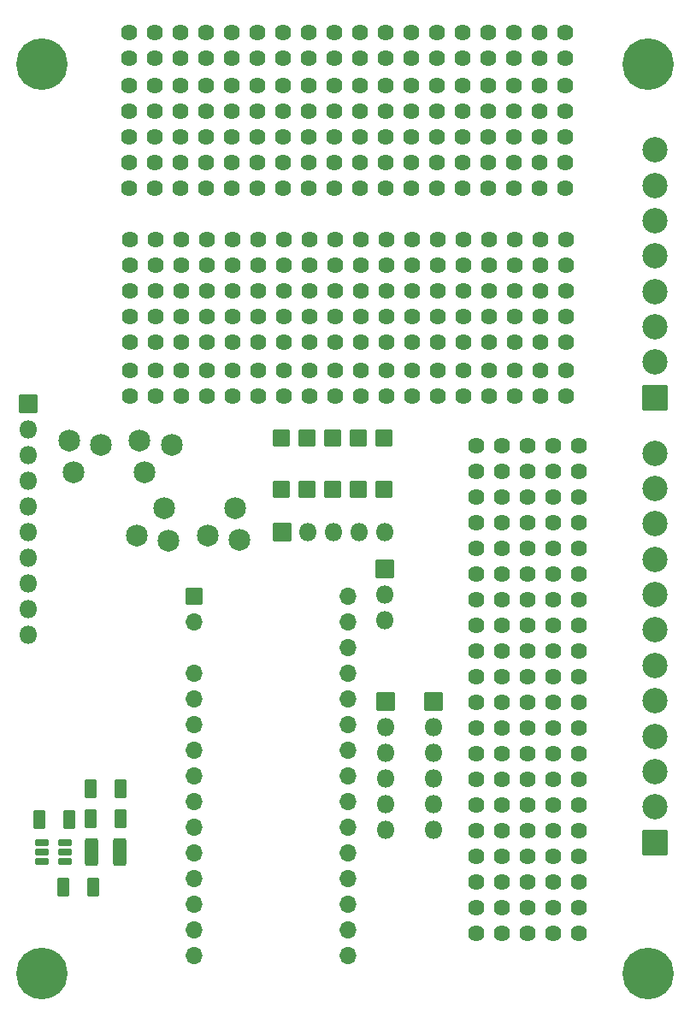
<source format=gbr>
%TF.GenerationSoftware,KiCad,Pcbnew,9.0.1*%
%TF.CreationDate,2025-05-07T10:30:00-04:00*%
%TF.ProjectId,BREAD_Slice,42524541-445f-4536-9c69-63655f746850,rev?*%
%TF.SameCoordinates,PX74eba40PY8552dc0*%
%TF.FileFunction,Soldermask,Bot*%
%TF.FilePolarity,Negative*%
%FSLAX46Y46*%
G04 Gerber Fmt 4.6, Leading zero omitted, Abs format (unit mm)*
G04 Created by KiCad (PCBNEW 9.0.1) date 2025-05-07 10:30:00*
%MOMM*%
%LPD*%
G01*
G04 APERTURE LIST*
G04 Aperture macros list*
%AMRoundRect*
0 Rectangle with rounded corners*
0 $1 Rounding radius*
0 $2 $3 $4 $5 $6 $7 $8 $9 X,Y pos of 4 corners*
0 Add a 4 corners polygon primitive as box body*
4,1,4,$2,$3,$4,$5,$6,$7,$8,$9,$2,$3,0*
0 Add four circle primitives for the rounded corners*
1,1,$1+$1,$2,$3*
1,1,$1+$1,$4,$5*
1,1,$1+$1,$6,$7*
1,1,$1+$1,$8,$9*
0 Add four rect primitives between the rounded corners*
20,1,$1+$1,$2,$3,$4,$5,0*
20,1,$1+$1,$4,$5,$6,$7,0*
20,1,$1+$1,$6,$7,$8,$9,0*
20,1,$1+$1,$8,$9,$2,$3,0*%
G04 Aperture macros list end*
%ADD10C,5.100000*%
%ADD11RoundRect,0.050000X-0.800000X-0.800000X0.800000X-0.800000X0.800000X0.800000X-0.800000X0.800000X0*%
%ADD12O,1.700000X1.700000*%
%ADD13RoundRect,0.050000X-0.850000X-0.850000X0.850000X-0.850000X0.850000X0.850000X-0.850000X0.850000X0*%
%ADD14O,1.800000X1.800000*%
%ADD15RoundRect,0.050000X0.800000X-0.800000X0.800000X0.800000X-0.800000X0.800000X-0.800000X-0.800000X0*%
%ADD16RoundRect,0.050000X0.850000X-0.850000X0.850000X0.850000X-0.850000X0.850000X-0.850000X-0.850000X0*%
%ADD17C,2.160000*%
%ADD18C,1.624000*%
%ADD19RoundRect,0.050000X1.200000X-1.200000X1.200000X1.200000X-1.200000X1.200000X-1.200000X-1.200000X0*%
%ADD20C,2.500000*%
%ADD21RoundRect,0.050000X-0.800000X0.800000X-0.800000X-0.800000X0.800000X-0.800000X0.800000X0.800000X0*%
%ADD22RoundRect,0.271739X0.353261X0.678261X-0.353261X0.678261X-0.353261X-0.678261X0.353261X-0.678261X0*%
%ADD23RoundRect,0.175000X-0.537500X-0.175000X0.537500X-0.175000X0.537500X0.175000X-0.537500X0.175000X0*%
%ADD24RoundRect,0.271739X-0.353261X-0.678261X0.353261X-0.678261X0.353261X0.678261X-0.353261X0.678261X0*%
%ADD25RoundRect,0.270000X-0.405000X-1.105000X0.405000X-1.105000X0.405000X1.105000X-0.405000X1.105000X0*%
G04 APERTURE END LIST*
D10*
%TO.C,H1*%
X5000000Y95000000D03*
%TD*%
%TO.C,H3*%
X65000000Y95000000D03*
%TD*%
%TO.C,H2*%
X5000000Y5000000D03*
%TD*%
%TO.C,H4*%
X65000000Y5000000D03*
%TD*%
D11*
%TO.C,A1*%
X20010000Y42360000D03*
D12*
X20010000Y39820000D03*
X20010000Y34740000D03*
X20010000Y32200000D03*
X20010000Y29660000D03*
X20010000Y27120000D03*
X20010000Y24580000D03*
X20010000Y22040000D03*
X20010000Y19500000D03*
X20010000Y16960000D03*
X20010000Y14420000D03*
X20010000Y11880000D03*
X20010000Y9340000D03*
X20010000Y6800000D03*
X35250000Y6800000D03*
X35250000Y9340000D03*
X35250000Y11880000D03*
X35250000Y14420000D03*
X35250000Y16960000D03*
X35250000Y19500000D03*
X35250000Y22040000D03*
X35250000Y24580000D03*
X35250000Y27120000D03*
X35250000Y29660000D03*
X35250000Y32200000D03*
X35250000Y34740000D03*
X35250000Y37280000D03*
X35250000Y39820000D03*
X35250000Y42360000D03*
%TD*%
D13*
%TO.C,J1*%
X3600000Y61450000D03*
D14*
X3600000Y58910000D03*
X3600000Y56370000D03*
X3600000Y53830000D03*
X3600000Y51290000D03*
X3600000Y48750000D03*
X3600000Y46210000D03*
X3600000Y43670000D03*
X3600000Y41130000D03*
X3600000Y38590000D03*
%TD*%
D15*
%TO.C,*%
X36310000Y52935000D03*
X36310000Y58015000D03*
%TD*%
D13*
%TO.C,REF\u002A\u002A*%
X38925000Y45100000D03*
D14*
X38925000Y42560000D03*
X38925000Y40020000D03*
%TD*%
D15*
%TO.C,*%
X33770000Y52935000D03*
X33770000Y58015000D03*
%TD*%
D13*
%TO.C,REF\u002A\u002A*%
X38975000Y31990000D03*
D14*
X38975000Y29450000D03*
X38975000Y26910000D03*
X38975000Y24370000D03*
X38975000Y21830000D03*
X38975000Y19290000D03*
%TD*%
D16*
%TO.C,REF\u002A\u002A*%
X28765000Y48700000D03*
D14*
X31305000Y48700000D03*
X33845000Y48700000D03*
X36385000Y48700000D03*
X38925000Y48700000D03*
%TD*%
D17*
%TO.C,*%
X14373516Y48361797D03*
X17516606Y47912784D03*
X17067593Y51055874D03*
X10781414Y57342053D03*
X7638324Y57791066D03*
X8087337Y54647976D03*
%TD*%
D18*
%TO.C,REF\u002A\u002A*%
X56855000Y77675000D03*
X56845000Y64745000D03*
X56855000Y75135000D03*
X56845000Y62205000D03*
X56855000Y72595000D03*
X54305000Y64745000D03*
X56855000Y70055000D03*
X54305000Y62205000D03*
X56855000Y67515000D03*
X51765000Y64745000D03*
X54315000Y77675000D03*
X51765000Y62205000D03*
X54315000Y75135000D03*
X49225000Y64745000D03*
X54315000Y72595000D03*
X49225000Y62205000D03*
X54315000Y70055000D03*
X46685000Y64745000D03*
X54315000Y67515000D03*
X46685000Y62205000D03*
X51775000Y77675000D03*
X44145000Y64745000D03*
X51775000Y75135000D03*
X44145000Y62205000D03*
X51775000Y72595000D03*
X41605000Y64745000D03*
X51775000Y70055000D03*
X41605000Y62205000D03*
X51775000Y67515000D03*
X39065000Y64745000D03*
X49235000Y77675000D03*
X39065000Y62205000D03*
X49235000Y75135000D03*
X36525000Y64745000D03*
X49235000Y72595000D03*
X36525000Y62205000D03*
X49235000Y70055000D03*
X33985000Y64745000D03*
X49235000Y67515000D03*
X33985000Y62205000D03*
X46695000Y77675000D03*
X31445000Y64745000D03*
X46695000Y75135000D03*
X31445000Y62205000D03*
X46695000Y72595000D03*
X28905000Y64745000D03*
X46695000Y70055000D03*
X28905000Y62205000D03*
X46695000Y67515000D03*
X26365000Y64745000D03*
X44155000Y77675000D03*
X26365000Y62205000D03*
X44155000Y75135000D03*
X23825000Y64745000D03*
X44155000Y72595000D03*
X23825000Y62205000D03*
X44155000Y70055000D03*
X21285000Y64745000D03*
X44155000Y67515000D03*
X21285000Y62205000D03*
X41615000Y77675000D03*
X18745000Y64745000D03*
X41615000Y75135000D03*
X18745000Y62205000D03*
X41615000Y72595000D03*
X16205000Y64745000D03*
X41615000Y70055000D03*
X16205000Y62205000D03*
X41615000Y67515000D03*
X13665000Y64745000D03*
X39075000Y77675000D03*
X13665000Y62205000D03*
X39075000Y75135000D03*
X39075000Y72595000D03*
X39075000Y70055000D03*
X39075000Y67515000D03*
X36535000Y77675000D03*
X36535000Y75135000D03*
X36535000Y72595000D03*
X36535000Y70055000D03*
X36535000Y67515000D03*
X33995000Y77675000D03*
X33995000Y75135000D03*
X33995000Y72595000D03*
X33995000Y70055000D03*
X33995000Y67515000D03*
X31455000Y77675000D03*
X31455000Y75135000D03*
X31455000Y72595000D03*
X31455000Y70055000D03*
X31455000Y67515000D03*
X28915000Y77675000D03*
X28915000Y75135000D03*
X28915000Y72595000D03*
X28915000Y70055000D03*
X28915000Y67515000D03*
X26375000Y77675000D03*
X26375000Y75135000D03*
X26375000Y72595000D03*
X26375000Y70055000D03*
X26375000Y67515000D03*
X23835000Y77675000D03*
X23835000Y75135000D03*
X23835000Y72595000D03*
X23835000Y70055000D03*
X23835000Y67515000D03*
X21295000Y77675000D03*
X21295000Y75135000D03*
X21295000Y72595000D03*
X21295000Y70055000D03*
X21295000Y67515000D03*
X18755000Y77675000D03*
X18755000Y75135000D03*
X18755000Y72595000D03*
X18755000Y70055000D03*
X18755000Y67515000D03*
X16215000Y77675000D03*
X16215000Y75135000D03*
X16215000Y72595000D03*
X16215000Y70055000D03*
X16215000Y67515000D03*
X13675000Y77675000D03*
X13675000Y75135000D03*
X13675000Y72595000D03*
X13675000Y70055000D03*
X13675000Y67515000D03*
%TD*%
D17*
%TO.C,*%
X21389680Y48366243D03*
X24532770Y47917230D03*
X24083757Y51060320D03*
X17797578Y57346499D03*
X14654488Y57795512D03*
X15103501Y54652422D03*
%TD*%
D19*
%TO.C,REF\u002A\u002A*%
X65675000Y18025000D03*
D20*
X65675000Y21525000D03*
X65675000Y25025000D03*
X65675000Y28525000D03*
X65675000Y32025000D03*
X65675000Y35525000D03*
X65675000Y39025000D03*
X65675000Y42525000D03*
X65675000Y46025000D03*
X65675000Y49525000D03*
X65675000Y53025000D03*
X65675000Y56525000D03*
%TD*%
D18*
%TO.C,REF\u002A\u002A*%
X13630000Y82736000D03*
X13640000Y95666000D03*
X13630000Y85276000D03*
X13640000Y98206000D03*
X13630000Y87816000D03*
X16180000Y95666000D03*
X13630000Y90356000D03*
X16180000Y98206000D03*
X13630000Y92896000D03*
X18720000Y95666000D03*
X16170000Y82736000D03*
X18720000Y98206000D03*
X16170000Y85276000D03*
X21260000Y95666000D03*
X16170000Y87816000D03*
X21260000Y98206000D03*
X16170000Y90356000D03*
X23800000Y95666000D03*
X16170000Y92896000D03*
X23800000Y98206000D03*
X18710000Y82736000D03*
X26340000Y95666000D03*
X18710000Y85276000D03*
X26340000Y98206000D03*
X18710000Y87816000D03*
X28880000Y95666000D03*
X18710000Y90356000D03*
X28880000Y98206000D03*
X18710000Y92896000D03*
X31420000Y95666000D03*
X21250000Y82736000D03*
X31420000Y98206000D03*
X21250000Y85276000D03*
X33960000Y95666000D03*
X21250000Y87816000D03*
X33960000Y98206000D03*
X21250000Y90356000D03*
X36500000Y95666000D03*
X21250000Y92896000D03*
X36500000Y98206000D03*
X23790000Y82736000D03*
X39040000Y95666000D03*
X23790000Y85276000D03*
X39040000Y98206000D03*
X23790000Y87816000D03*
X41580000Y95666000D03*
X23790000Y90356000D03*
X41580000Y98206000D03*
X23790000Y92896000D03*
X44120000Y95666000D03*
X26330000Y82736000D03*
X44120000Y98206000D03*
X26330000Y85276000D03*
X46660000Y95666000D03*
X26330000Y87816000D03*
X46660000Y98206000D03*
X26330000Y90356000D03*
X49200000Y95666000D03*
X26330000Y92896000D03*
X49200000Y98206000D03*
X28870000Y82736000D03*
X51740000Y95666000D03*
X28870000Y85276000D03*
X51740000Y98206000D03*
X28870000Y87816000D03*
X54280000Y95666000D03*
X28870000Y90356000D03*
X54280000Y98206000D03*
X28870000Y92896000D03*
X56820000Y95666000D03*
X31410000Y82736000D03*
X56820000Y98206000D03*
X31410000Y85276000D03*
X31410000Y87816000D03*
X31410000Y90356000D03*
X31410000Y92896000D03*
X33950000Y82736000D03*
X33950000Y85276000D03*
X33950000Y87816000D03*
X33950000Y90356000D03*
X33950000Y92896000D03*
X36490000Y82736000D03*
X36490000Y85276000D03*
X36490000Y87816000D03*
X36490000Y90356000D03*
X36490000Y92896000D03*
X39030000Y82736000D03*
X39030000Y85276000D03*
X39030000Y87816000D03*
X39030000Y90356000D03*
X39030000Y92896000D03*
X41570000Y82736000D03*
X41570000Y85276000D03*
X41570000Y87816000D03*
X41570000Y90356000D03*
X41570000Y92896000D03*
X44110000Y82736000D03*
X44110000Y85276000D03*
X44110000Y87816000D03*
X44110000Y90356000D03*
X44110000Y92896000D03*
X46650000Y82736000D03*
X46650000Y85276000D03*
X46650000Y87816000D03*
X46650000Y90356000D03*
X46650000Y92896000D03*
X49190000Y82736000D03*
X49190000Y85276000D03*
X49190000Y87816000D03*
X49190000Y90356000D03*
X49190000Y92896000D03*
X51730000Y82736000D03*
X51730000Y85276000D03*
X51730000Y87816000D03*
X51730000Y90356000D03*
X51730000Y92896000D03*
X54270000Y82736000D03*
X54270000Y85276000D03*
X54270000Y87816000D03*
X54270000Y90356000D03*
X54270000Y92896000D03*
X56810000Y82736000D03*
X56810000Y85276000D03*
X56810000Y87816000D03*
X56810000Y90356000D03*
X56810000Y92896000D03*
%TD*%
D19*
%TO.C,REF\u002A\u002A*%
X65700000Y62050000D03*
D20*
X65700000Y65550000D03*
X65700000Y69050000D03*
X65700000Y72550000D03*
X65700000Y76050000D03*
X65700000Y79550000D03*
X65700000Y83050000D03*
X65700000Y86550000D03*
%TD*%
D21*
%TO.C,*%
X31230000Y58015000D03*
X31230000Y52935000D03*
%TD*%
D15*
%TO.C,*%
X38850000Y52935000D03*
X38850000Y58015000D03*
%TD*%
%TO.C,*%
X28690000Y52935000D03*
X28690000Y58015000D03*
%TD*%
D18*
%TO.C,REF\u002A\u002A*%
X47940000Y57235000D03*
X50480000Y57235000D03*
X53020000Y57235000D03*
X55560000Y57235000D03*
X58100000Y57235000D03*
X47940000Y54695000D03*
X50480000Y54695000D03*
X53020000Y54695000D03*
X55560000Y54695000D03*
X58100000Y54695000D03*
X47940000Y52155000D03*
X50480000Y52155000D03*
X53020000Y52155000D03*
X55560000Y52155000D03*
X58100000Y52155000D03*
X47940000Y49615000D03*
X50480000Y49615000D03*
X53020000Y49615000D03*
X55560000Y49615000D03*
X58100000Y49615000D03*
X47940000Y47075000D03*
X50480000Y47075000D03*
X53020000Y47075000D03*
X55560000Y47075000D03*
X58100000Y47075000D03*
X47940000Y44535000D03*
X50480000Y44535000D03*
X53020000Y44535000D03*
X55560000Y44535000D03*
X58100000Y44535000D03*
X47940000Y41995000D03*
X50480000Y41995000D03*
X53020000Y41995000D03*
X55560000Y41995000D03*
X58100000Y41995000D03*
X47940000Y39455000D03*
X50480000Y39455000D03*
X53020000Y39455000D03*
X55560000Y39455000D03*
X58100000Y39455000D03*
X47940000Y36915000D03*
X50480000Y36915000D03*
X53020000Y36915000D03*
X55560000Y36915000D03*
X58100000Y36915000D03*
X47940000Y34375000D03*
X50480000Y34375000D03*
X53020000Y34375000D03*
X55560000Y34375000D03*
X58100000Y34375000D03*
X47940000Y31835000D03*
X50480000Y31835000D03*
X53020000Y31835000D03*
X55560000Y31835000D03*
X58100000Y31835000D03*
X47940000Y29295000D03*
X50480000Y29295000D03*
X53020000Y29295000D03*
X55560000Y29295000D03*
X58100000Y29295000D03*
X47940000Y26755000D03*
X50480000Y26755000D03*
X53020000Y26755000D03*
X55560000Y26755000D03*
X58100000Y26755000D03*
X47940000Y24215000D03*
X50480000Y24215000D03*
X53020000Y24215000D03*
X55560000Y24215000D03*
X58100000Y24215000D03*
X47940000Y21675000D03*
X50480000Y21675000D03*
X53020000Y21675000D03*
X55560000Y21675000D03*
X58100000Y21675000D03*
X47940000Y19135000D03*
X50480000Y19135000D03*
X53020000Y19135000D03*
X55560000Y19135000D03*
X58100000Y19135000D03*
X47940000Y16595000D03*
X50480000Y16595000D03*
X53020000Y16595000D03*
X55560000Y16595000D03*
X58100000Y16595000D03*
X47940000Y14055000D03*
X50480000Y14055000D03*
X53020000Y14055000D03*
X55560000Y14055000D03*
X58100000Y14055000D03*
X47940000Y11515000D03*
X50480000Y11515000D03*
X53020000Y11515000D03*
X55560000Y11515000D03*
X58100000Y11515000D03*
X47940000Y8975000D03*
X50480000Y8975000D03*
X53020000Y8975000D03*
X55560000Y8975000D03*
X58100000Y8975000D03*
%TD*%
D13*
%TO.C,REF\u002A\u002A*%
X43725000Y31925000D03*
D14*
X43725000Y29385000D03*
X43725000Y26845000D03*
X43725000Y24305000D03*
X43725000Y21765000D03*
X43725000Y19225000D03*
%TD*%
D22*
%TO.C,C1*%
X7675000Y20300000D03*
X4725000Y20300000D03*
%TD*%
D23*
%TO.C,U1*%
X5012500Y16095000D03*
X5012500Y17045000D03*
X5012500Y17995000D03*
X7287500Y17995000D03*
X7287500Y17045000D03*
X7287500Y16095000D03*
%TD*%
D22*
%TO.C,C2*%
X10025000Y13545000D03*
X7075000Y13545000D03*
%TD*%
D24*
%TO.C,C3*%
X9775000Y20345000D03*
X12725000Y20345000D03*
%TD*%
%TO.C,C4*%
X9775000Y23345000D03*
X12725000Y23345000D03*
%TD*%
D25*
%TO.C,L1*%
X9850000Y17045000D03*
X12650000Y17045000D03*
%TD*%
M02*

</source>
